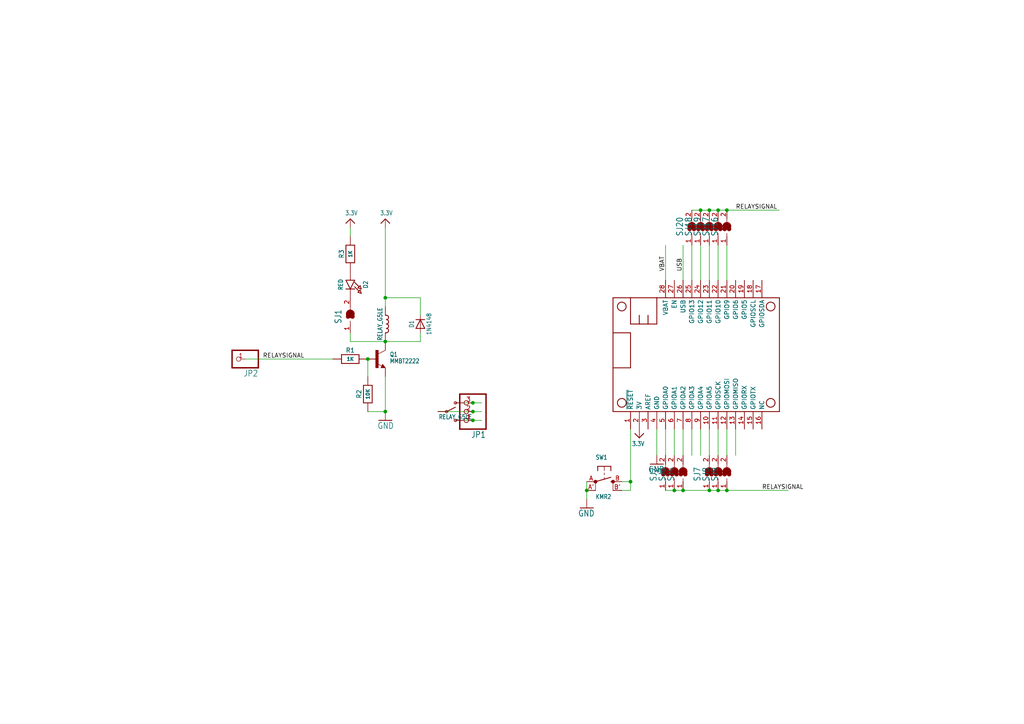
<source format=kicad_sch>
(kicad_sch (version 20230121) (generator eeschema)
  (paper "A4")
  (lib_symbols
    (symbol "working-eagle-import:3.3V" (power)
      (property "Value" "3.3V" (at -1.524 1.016 0))
      (symbol "3.3V_1_0"
        (polyline (pts (xy -1.27 -1.27) (xy 0 0)) (stroke (width 0.254)))
        (polyline (pts (xy 0 0) (xy 1.27 -1.27)) (stroke (width 0.254)))
        (pin power_in line (at 0 -2.54 90) (length 2.54) (name "3.3V") (number "1"))
      )
    )
    (symbol "working-eagle-import:DIODESOD-323"
      (property "Reference" "D" (at 0 2.54 0))
      (symbol "DIODESOD-323_1_0"
        (polyline (pts (xy -1.27 -1.27) (xy 1.27 0)) (stroke (width 0.254)))
        (polyline (pts (xy -1.27 1.27) (xy -1.27 -1.27)) (stroke (width 0.254)))
        (polyline (pts (xy 1.27 0) (xy -1.27 1.27)) (stroke (width 0.254)))
        (polyline (pts (xy 1.27 0) (xy 1.27 -1.27)) (stroke (width 0.254)))
        (polyline (pts (xy 1.27 1.27) (xy 1.27 0)) (stroke (width 0.254)))
        (pin passive line (at -2.54 0 0) (length 2.54) (name "A") (number "A"))
        (pin passive line (at 2.54 0 180) (length 2.54) (name "C") (number "C"))
      )
    )
    (symbol "working-eagle-import:FEATHERWING"
      (symbol "FEATHERWING_1_0"
        (polyline (pts (xy 0 0) (xy 48.26 0)) (stroke (width 0.254)))
        (polyline (pts (xy 0 12.7) (xy 0 0)) (stroke (width 0.254)))
        (polyline (pts (xy 0 22.86) (xy 0 12.7)) (stroke (width 0.254)))
        (polyline (pts (xy 0 22.86) (xy 5.08 22.86)) (stroke (width 0.254)))
        (polyline (pts (xy 0 33.02) (xy 0 22.86)) (stroke (width 0.254)))
        (polyline (pts (xy 5.08 12.7) (xy 0 12.7)) (stroke (width 0.254)))
        (polyline (pts (xy 5.08 22.86) (xy 5.08 12.7)) (stroke (width 0.254)))
        (polyline (pts (xy 5.08 25.4) (xy 7.62 25.4)) (stroke (width 0.254)))
        (polyline (pts (xy 5.08 33.02) (xy 0 33.02)) (stroke (width 0.254)))
        (polyline (pts (xy 5.08 33.02) (xy 5.08 25.4)) (stroke (width 0.254)))
        (polyline (pts (xy 7.62 25.4) (xy 10.16 25.4)) (stroke (width 0.254)))
        (polyline (pts (xy 7.62 27.94) (xy 7.62 25.4)) (stroke (width 0.254)))
        (polyline (pts (xy 10.16 25.4) (xy 12.7 25.4)) (stroke (width 0.254)))
        (polyline (pts (xy 10.16 27.94) (xy 10.16 25.4)) (stroke (width 0.254)))
        (polyline (pts (xy 12.7 25.4) (xy 12.7 33.02)) (stroke (width 0.254)))
        (polyline (pts (xy 12.7 33.02) (xy 5.08 33.02)) (stroke (width 0.254)))
        (polyline (pts (xy 48.26 0) (xy 48.26 33.02)) (stroke (width 0.254)))
        (polyline (pts (xy 48.26 33.02) (xy 12.7 33.02)) (stroke (width 0.254)))
        (circle (center 2.54 2.54) (radius 1.27) (stroke (width 0.254)))
        (circle (center 2.54 30.48) (radius 1.27) (stroke (width 0.254)))
        (circle (center 45.72 2.54) (radius 1.27) (stroke (width 0.254)))
        (circle (center 45.72 30.48) (radius 1.27) (stroke (width 0.254)))
        (pin input line (at 5.08 -5.08 90) (length 5.08) (name "~{RESET}") (number "1"))
        (pin bidirectional line (at 27.94 -5.08 90) (length 5.08) (name "GPIOA5") (number "10"))
        (pin bidirectional line (at 30.48 -5.08 90) (length 5.08) (name "GPIOSCK") (number "11"))
        (pin bidirectional line (at 33.02 -5.08 90) (length 5.08) (name "GPIOMOSI") (number "12"))
        (pin bidirectional line (at 35.56 -5.08 90) (length 5.08) (name "GPIOMISO") (number "13"))
        (pin bidirectional line (at 38.1 -5.08 90) (length 5.08) (name "GPIORX") (number "14"))
        (pin bidirectional line (at 40.64 -5.08 90) (length 5.08) (name "GPIOTX") (number "15"))
        (pin passive line (at 43.18 -5.08 90) (length 5.08) (name "NC") (number "16"))
        (pin bidirectional line (at 43.18 38.1 270) (length 5.08) (name "GPIOSDA") (number "17"))
        (pin bidirectional line (at 40.64 38.1 270) (length 5.08) (name "GPIOSCL") (number "18"))
        (pin bidirectional line (at 38.1 38.1 270) (length 5.08) (name "GPIO5") (number "19"))
        (pin power_in line (at 7.62 -5.08 90) (length 5.08) (name "3V") (number "2"))
        (pin bidirectional line (at 35.56 38.1 270) (length 5.08) (name "GPIO6") (number "20"))
        (pin bidirectional line (at 33.02 38.1 270) (length 5.08) (name "GPIO9") (number "21"))
        (pin bidirectional line (at 30.48 38.1 270) (length 5.08) (name "GPIO10") (number "22"))
        (pin bidirectional line (at 27.94 38.1 270) (length 5.08) (name "GPIO11") (number "23"))
        (pin bidirectional line (at 25.4 38.1 270) (length 5.08) (name "GPIO12") (number "24"))
        (pin bidirectional line (at 22.86 38.1 270) (length 5.08) (name "GPIO13") (number "25"))
        (pin power_in line (at 20.32 38.1 270) (length 5.08) (name "USB") (number "26"))
        (pin passive line (at 17.78 38.1 270) (length 5.08) (name "EN") (number "27"))
        (pin power_in line (at 15.24 38.1 270) (length 5.08) (name "VBAT") (number "28"))
        (pin passive line (at 10.16 -5.08 90) (length 5.08) (name "AREF") (number "3"))
        (pin power_in line (at 12.7 -5.08 90) (length 5.08) (name "GND") (number "4"))
        (pin bidirectional line (at 15.24 -5.08 90) (length 5.08) (name "GPIOA0") (number "5"))
        (pin bidirectional line (at 17.78 -5.08 90) (length 5.08) (name "GPIOA1") (number "6"))
        (pin bidirectional line (at 20.32 -5.08 90) (length 5.08) (name "GPIOA2") (number "7"))
        (pin bidirectional line (at 22.86 -5.08 90) (length 5.08) (name "GPIOA3") (number "8"))
        (pin bidirectional line (at 25.4 -5.08 90) (length 5.08) (name "GPIOA4") (number "9"))
      )
    )
    (symbol "working-eagle-import:GND" (power)
      (property "Value" "GND" (at -2.54 -2.54 0))
      (symbol "GND_1_0"
        (polyline (pts (xy -1.905 0) (xy 1.905 0)) (stroke (width 0.254)))
        (pin power_in line (at 0 2.54 270) (length 2.54) (name "GND") (number "1"))
      )
    )
    (symbol "working-eagle-import:HEADER-1X1ROUND"
      (property "Reference" "JP" (at -6.35 3.175 0))
      (symbol "HEADER-1X1ROUND_1_0"
        (polyline (pts (xy -6.35 -2.54) (xy 1.27 -2.54)) (stroke (width 0.4064)))
        (polyline (pts (xy -6.35 2.54) (xy -6.35 -2.54)) (stroke (width 0.4064)))
        (polyline (pts (xy 1.27 -2.54) (xy 1.27 2.54)) (stroke (width 0.4064)))
        (polyline (pts (xy 1.27 2.54) (xy -6.35 2.54)) (stroke (width 0.4064)))
        (pin passive inverted (at -2.54 0 0) (length 2.54) (name "1") (number "1"))
      )
    )
    (symbol "working-eagle-import:HEADER-1X3_508TERM"
      (property "Reference" "JP" (at -6.35 5.715 0))
      (symbol "HEADER-1X3_508TERM_1_0"
        (polyline (pts (xy -6.35 -5.08) (xy 1.27 -5.08)) (stroke (width 0.4064)))
        (polyline (pts (xy -6.35 5.08) (xy -6.35 -5.08)) (stroke (width 0.4064)))
        (polyline (pts (xy 1.27 -5.08) (xy 1.27 5.08)) (stroke (width 0.4064)))
        (polyline (pts (xy 1.27 5.08) (xy -6.35 5.08)) (stroke (width 0.4064)))
        (pin passive inverted (at -2.54 2.54 0) (length 2.54) (name "1") (number "1"))
        (pin passive inverted (at -2.54 0 0) (length 2.54) (name "2") (number "2"))
        (pin passive inverted (at -2.54 -2.54 0) (length 2.54) (name "3") (number "3"))
      )
    )
    (symbol "working-eagle-import:LED0805_NOOUTLINE"
      (property "Reference" "D" (at -1.27 4.445 0))
      (symbol "LED0805_NOOUTLINE_1_0"
        (polyline (pts (xy -2.54 -1.27) (xy 0 0)) (stroke (width 0.254)))
        (polyline (pts (xy -2.54 1.27) (xy -2.54 -1.27)) (stroke (width 0.254)))
        (polyline (pts (xy -1.905 1.27) (xy -0.635 2.54)) (stroke (width 0.254)))
        (polyline (pts (xy -0.9525 2.8575) (xy -0.3175 2.2225)) (stroke (width 0.254)))
        (polyline (pts (xy -0.635 1.27) (xy 0.635 2.54)) (stroke (width 0.254)))
        (polyline (pts (xy -0.3175 2.2225) (xy 0 3.175)) (stroke (width 0.254)))
        (polyline (pts (xy 0 0) (xy -2.54 1.27)) (stroke (width 0.254)))
        (polyline (pts (xy 0 0) (xy 0 -1.27)) (stroke (width 0.254)))
        (polyline (pts (xy 0 1.27) (xy 0 0)) (stroke (width 0.254)))
        (polyline (pts (xy 0 3.175) (xy -0.9525 2.8575)) (stroke (width 0.254)))
        (polyline (pts (xy 0.3175 2.8575) (xy 0.9525 2.2225)) (stroke (width 0.254)))
        (polyline (pts (xy 0.9525 2.2225) (xy 1.27 3.175)) (stroke (width 0.254)))
        (polyline (pts (xy 1.27 3.175) (xy 0.3175 2.8575)) (stroke (width 0.254)))
        (pin passive line (at -5.08 0 0) (length 2.54) (name "A") (number "A"))
        (pin passive line (at 2.54 0 180) (length 2.54) (name "C") (number "C"))
      )
    )
    (symbol "working-eagle-import:RELAY_G5LE"
      (symbol "RELAY_G5LE_1_0"
        (circle (center -2.54 0) (radius 0.3592) (stroke (width 0.2032)))
        (circle (center 0 -2.54) (radius 0.3592) (stroke (width 0.2032)))
        (polyline (pts (xy -2.54 0) (xy 0 1.27)) (stroke (width 0.254)))
        (polyline (pts (xy 0 -2.54) (xy 0.635 -2.54)) (stroke (width 0.127)))
        (polyline (pts (xy 0 2.54) (xy 0.635 2.54)) (stroke (width 0.1524)))
        (circle (center 0 2.54) (radius 0.3592) (stroke (width 0.2032)))
        (pin passive line (at -5.08 0 0) (length 2.54) (name "P") (number "1"))
        (pin passive line (at 2.54 2.54 180) (length 2.54) (name "O") (number "3"))
        (pin passive line (at 2.54 -2.54 180) (length 2.54) (name "S") (number "4"))
      )
      (symbol "RELAY_G5LE_2_0"
        (arc (start -1.27 0.3173) (mid -1.9049 0.9497) (end -2.54 0.3175) (stroke (width 0.254)))
        (polyline (pts (xy -2.54 0.3175) (xy -2.54 0)) (stroke (width 0.254)))
        (polyline (pts (xy 2.54 0.3175) (xy 2.54 0)) (stroke (width 0.254)))
        (arc (start 0 0.3173) (mid -0.6349 0.9497) (end -1.27 0.3175) (stroke (width 0.254)))
        (arc (start 1.27 0.3173) (mid 0.6351 0.9497) (end 0 0.3175) (stroke (width 0.254)))
        (arc (start 2.54 0.3173) (mid 1.9051 0.9497) (end 1.27 0.3175) (stroke (width 0.254)))
        (pin passive line (at -5.08 0 0) (length 2.54) (name "1") (number "2"))
        (pin passive line (at 5.08 0 180) (length 2.54) (name "2") (number "5"))
      )
    )
    (symbol "working-eagle-import:RESISTOR0805_NOOUTLINE"
      (property "Reference" "R" (at 0 2.54 0))
      (symbol "RESISTOR0805_NOOUTLINE_1_0"
        (polyline (pts (xy -2.54 -1.27) (xy -2.54 1.27)) (stroke (width 0.254)))
        (polyline (pts (xy -2.54 1.27) (xy 2.54 1.27)) (stroke (width 0.254)))
        (polyline (pts (xy 2.54 -1.27) (xy -2.54 -1.27)) (stroke (width 0.254)))
        (polyline (pts (xy 2.54 1.27) (xy 2.54 -1.27)) (stroke (width 0.254)))
        (pin passive line (at -5.08 0 0) (length 2.54) (name "1") (number "1"))
        (pin passive line (at 5.08 0 180) (length 2.54) (name "2") (number "2"))
      )
    )
    (symbol "working-eagle-import:SOLDERJUMPER"
      (property "Reference" "SJ" (at -2.54 2.54 0))
      (symbol "SOLDERJUMPER_1_0"
        (arc (start -0.381 -0.635) (mid 0.2541 -0.0001) (end -0.3808 0.635) (stroke (width 1.27)))
        (polyline (pts (xy -2.54 0) (xy -1.651 0)) (stroke (width 0.1524)))
        (polyline (pts (xy 2.54 0) (xy 1.651 0)) (stroke (width 0.1524)))
        (arc (start 0.3808 -0.635) (mid 1.0132 -0.0001) (end 0.381 0.635) (stroke (width 1.27)))
        (pin passive line (at -5.08 0 0) (length 2.54) (name "1") (number "1"))
        (pin passive line (at 5.08 0 180) (length 2.54) (name "2") (number "2"))
      )
    )
    (symbol "working-eagle-import:SOLDERJUMPER_CLOSED"
      (property "Reference" "SJ" (at -2.54 2.54 0))
      (symbol "SOLDERJUMPER_CLOSED_1_0"
        (arc (start -0.381 -0.635) (mid 0.2541 -0.0001) (end -0.3808 0.635) (stroke (width 1.27)))
        (polyline (pts (xy -2.54 0) (xy -1.651 0)) (stroke (width 0.1524)))
        (polyline (pts (xy -0.635 0) (xy 0.635 0)) (stroke (width 0.4064)))
        (polyline (pts (xy 2.54 0) (xy 1.651 0)) (stroke (width 0.1524)))
        (arc (start 0.3808 -0.635) (mid 1.0132 -0.0001) (end 0.381 0.635) (stroke (width 1.27)))
        (pin passive line (at -5.08 0 0) (length 2.54) (name "1") (number "1"))
        (pin passive line (at 5.08 0 180) (length 2.54) (name "2") (number "2"))
      )
    )
    (symbol "working-eagle-import:SWITCH_TACT_SMT4.6X2.8"
      (property "Reference" "SW" (at -2.54 6.35 0))
      (symbol "SWITCH_TACT_SMT4.6X2.8_1_0"
        (circle (center -2.54 0) (radius 0.127) (stroke (width 0.4064)))
        (polyline (pts (xy -2.54 -2.54) (xy -2.54 0)) (stroke (width 0.1524)))
        (polyline (pts (xy -2.54 0) (xy 1.905 1.27)) (stroke (width 0.254)))
        (polyline (pts (xy -1.905 4.445) (xy -1.905 3.175)) (stroke (width 0.254)))
        (polyline (pts (xy 0 1.27) (xy 0 0.635)) (stroke (width 0.1524)))
        (polyline (pts (xy 0 2.54) (xy 0 1.905)) (stroke (width 0.1524)))
        (polyline (pts (xy 0 4.445) (xy -1.905 4.445)) (stroke (width 0.254)))
        (polyline (pts (xy 0 4.445) (xy 0 3.175)) (stroke (width 0.1524)))
        (polyline (pts (xy 1.905 0) (xy 2.54 0)) (stroke (width 0.254)))
        (polyline (pts (xy 1.905 4.445) (xy 0 4.445)) (stroke (width 0.254)))
        (polyline (pts (xy 1.905 4.445) (xy 1.905 3.175)) (stroke (width 0.254)))
        (polyline (pts (xy 2.54 -2.54) (xy 2.54 0)) (stroke (width 0.1524)))
        (circle (center 2.54 0) (radius 0.127) (stroke (width 0.4064)))
        (pin passive line (at -5.08 0 0) (length 2.54) (name "P") (number "A"))
        (pin passive line (at -5.08 -2.54 0) (length 2.54) (name "P1") (number "A'"))
        (pin passive line (at 5.08 0 180) (length 2.54) (name "S") (number "B"))
        (pin passive line (at 5.08 -2.54 180) (length 2.54) (name "S1") (number "B'"))
      )
    )
    (symbol "working-eagle-import:TRANSISTOR_NPN"
      (property "Reference" "Q" (at 1.27 0.635 0))
      (symbol "TRANSISTOR_NPN_1_0"
        (rectangle (start -2.794 -2.54) (end -2.032 2.54) (fill (type outline)))
        (polyline (pts (xy -1.27 -2.54) (xy -0.762 -1.524)) (stroke (width 0.1524)))
        (polyline (pts (xy -1.016 -2.413) (xy -0.254 -2.413)) (stroke (width 0.254)))
        (polyline (pts (xy -1.016 -2.286) (xy -0.635 -2.286)) (stroke (width 0.254)))
        (polyline (pts (xy -1 -2.04) (xy -2.232 -1.424)) (stroke (width 0.1524)))
        (polyline (pts (xy -0.762 -1.778) (xy -1.016 -2.286)) (stroke (width 0.254)))
        (polyline (pts (xy -0.762 -1.524) (xy 0 -2.54)) (stroke (width 0.1524)))
        (polyline (pts (xy -0.635 -2.286) (xy -0.762 -2.032)) (stroke (width 0.254)))
        (polyline (pts (xy -0.254 -2.413) (xy -0.762 -1.778)) (stroke (width 0.254)))
        (polyline (pts (xy 0 -2.54) (xy -1.27 -2.54)) (stroke (width 0.1524)))
        (polyline (pts (xy 0 2.54) (xy -2.032 1.524)) (stroke (width 0.1524)))
        (pin passive line (at -5.08 0 0) (length 2.54) (name "B") (number "1"))
        (pin passive line (at 0 -5.08 90) (length 2.54) (name "E") (number "2"))
        (pin passive line (at 0 5.08 270) (length 2.54) (name "C") (number "3"))
      )
    )
  )
  (junction (at 182.88 139.7))
  (junction (at 208.28 60.96))
  (junction (at 137.16 121.92))
  (junction (at 111.76 99.06))
  (junction (at 106.68 104.14))
  (junction (at 205.74 142.24))
  (junction (at 205.74 60.96))
  (junction (at 203.2 60.96))
  (junction (at 111.76 119.38))
  (junction (at 210.82 60.96))
  (junction (at 198.12 142.24))
  (junction (at 111.76 86.36))
  (junction (at 210.82 142.24))
  (junction (at 137.16 116.84))
  (junction (at 170.18 142.24))
  (junction (at 137.16 119.38))
  (junction (at 195.58 142.24))
  (junction (at 208.28 142.24))
  (wire (pts (xy 200.66 132.08) (xy 200.66 124.46)) (stroke (width 0.1524)))
  (wire (pts (xy 182.88 124.46) (xy 182.88 139.7)) (stroke (width 0.1524)))
  (wire (pts (xy 139.7 121.92) (xy 137.16 121.92)) (stroke (width 0.1524)))
  (wire (pts (xy 111.76 86.36) (xy 111.76 88.9)) (stroke (width 0.1524)))
  (wire (pts (xy 198.12 132.08) (xy 198.12 124.46)) (stroke (width 0.1524)))
  (wire (pts (xy 210.82 60.96) (xy 226.06 60.96)) (stroke (width 0.1524)))
  (wire (pts (xy 71.12 104.14) (xy 96.52 104.14)) (stroke (width 0.1524)))
  (wire (pts (xy 195.58 142.24) (xy 198.12 142.24)) (stroke (width 0.1524)))
  (wire (pts (xy 106.68 119.38) (xy 111.76 119.38)) (stroke (width 0.1524)))
  (wire (pts (xy 106.68 109.22) (xy 106.68 104.14)) (stroke (width 0.1524)))
  (wire (pts (xy 101.6 96.52) (xy 101.6 99.06)) (stroke (width 0.1524)))
  (wire (pts (xy 137.16 121.92) (xy 134.62 121.92)) (stroke (width 0.1524)))
  (wire (pts (xy 205.74 71.12) (xy 205.74 81.28)) (stroke (width 0.1524)))
  (wire (pts (xy 121.92 99.06) (xy 121.92 96.52)) (stroke (width 0.1524)))
  (wire (pts (xy 111.76 119.38) (xy 111.76 109.22)) (stroke (width 0.1524)))
  (wire (pts (xy 121.92 86.36) (xy 111.76 86.36)) (stroke (width 0.1524)))
  (wire (pts (xy 182.88 142.24) (xy 180.34 142.24)) (stroke (width 0.1524)))
  (wire (pts (xy 121.92 91.44) (xy 121.92 86.36)) (stroke (width 0.1524)))
  (wire (pts (xy 198.12 142.24) (xy 205.74 142.24)) (stroke (width 0.1524)))
  (wire (pts (xy 111.76 86.36) (xy 111.76 66.04)) (stroke (width 0.1524)))
  (wire (pts (xy 193.04 142.24) (xy 195.58 142.24)) (stroke (width 0.1524)))
  (wire (pts (xy 180.34 139.7) (xy 182.88 139.7)) (stroke (width 0.1524)))
  (wire (pts (xy 170.18 142.24) (xy 170.18 144.78)) (stroke (width 0.1524)))
  (wire (pts (xy 208.28 142.24) (xy 210.82 142.24)) (stroke (width 0.1524)))
  (wire (pts (xy 205.74 132.08) (xy 205.74 124.46)) (stroke (width 0.1524)))
  (wire (pts (xy 137.16 116.84) (xy 139.7 116.84)) (stroke (width 0.1524)))
  (wire (pts (xy 101.6 66.04) (xy 101.6 68.58)) (stroke (width 0.1524)))
  (wire (pts (xy 208.28 132.08) (xy 208.28 124.46)) (stroke (width 0.1524)))
  (wire (pts (xy 203.2 71.12) (xy 203.2 81.28)) (stroke (width 0.1524)))
  (wire (pts (xy 101.6 99.06) (xy 111.76 99.06)) (stroke (width 0.1524)))
  (wire (pts (xy 208.28 60.96) (xy 210.82 60.96)) (stroke (width 0.1524)))
  (wire (pts (xy 111.76 99.06) (xy 121.92 99.06)) (stroke (width 0.1524)))
  (wire (pts (xy 210.82 142.24) (xy 228.6 142.24)) (stroke (width 0.1524)))
  (wire (pts (xy 195.58 132.08) (xy 195.58 124.46)) (stroke (width 0.1524)))
  (wire (pts (xy 205.74 142.24) (xy 208.28 142.24)) (stroke (width 0.1524)))
  (wire (pts (xy 203.2 132.08) (xy 203.2 124.46)) (stroke (width 0.1524)))
  (wire (pts (xy 208.28 71.12) (xy 208.28 81.28)) (stroke (width 0.1524)))
  (wire (pts (xy 182.88 139.7) (xy 182.88 142.24)) (stroke (width 0.1524)))
  (wire (pts (xy 203.2 60.96) (xy 205.74 60.96)) (stroke (width 0.1524)))
  (wire (pts (xy 137.16 119.38) (xy 127 119.38)) (stroke (width 0.1524)))
  (wire (pts (xy 198.12 71.12) (xy 198.12 81.28)) (stroke (width 0.1524)))
  (wire (pts (xy 134.62 116.84) (xy 137.16 116.84)) (stroke (width 0.1524)))
  (wire (pts (xy 200.66 71.12) (xy 200.66 81.28)) (stroke (width 0.1524)))
  (wire (pts (xy 190.5 132.08) (xy 190.5 124.46)) (stroke (width 0.1524)))
  (wire (pts (xy 210.82 71.12) (xy 210.82 81.28)) (stroke (width 0.1524)))
  (wire (pts (xy 193.04 132.08) (xy 193.04 124.46)) (stroke (width 0.1524)))
  (wire (pts (xy 210.82 132.08) (xy 210.82 124.46)) (stroke (width 0.1524)))
  (wire (pts (xy 170.18 139.7) (xy 170.18 142.24)) (stroke (width 0.1524)))
  (wire (pts (xy 205.74 60.96) (xy 208.28 60.96)) (stroke (width 0.1524)))
  (wire (pts (xy 213.36 132.08) (xy 213.36 124.46)) (stroke (width 0.1524)))
  (wire (pts (xy 193.04 71.12) (xy 193.04 81.28)) (stroke (width 0.1524)))
  (wire (pts (xy 139.7 119.38) (xy 137.16 119.38)) (stroke (width 0.1524)))
  (wire (pts (xy 200.66 60.96) (xy 203.2 60.96)) (stroke (width 0.1524)))
  (label "RELAYSIGNAL" (at 76.2 104.14 0) (effects (font (size 1.2446 1.2446))))
  (label "RELAYSIGNAL" (at 213.36 60.96 0) (effects (font (size 1.2446 1.2446))))
  (label "USB" (at 198.12 78.74 90) (effects (font (size 1.2446 1.2446))))
  (label "RELAYSIGNAL" (at 220.98 142.24 0) (effects (font (size 1.2446 1.2446))))
  (label "VBAT" (at 193.04 78.74 90) (effects (font (size 1.2446 1.2446))))
  (symbol (lib_id "working-eagle-import:SOLDERJUMPER") (at 210.82 137.16 90) (unit 1)
    (property "Reference" "SJ9" (at 208.28 139.7 0) (effects (font (size 1.778 1.5113)) (justify left bottom)))
    (property "Value" "SOLDERJUMPER" (effects hide))
    (property "Footprint" "working:SOLDERJUMPER_ARROW_NOPASTE" (effects hide))
  )
  (symbol (lib_id "working-eagle-import:SWITCH_TACT_SMT4.6X2.8") (at 175.26 139.7 0) (unit 1)
    (property "Reference" "SW1" (at 172.72 133.35 0) (effects (font (size 1.27 1.0795)) (justify left bottom)))
    (property "Value" "KMR2" (at 172.72 144.78 0) (effects (font (size 1.27 1.0795)) (justify left bottom)))
    (property "Footprint" "working:BTN_KMR2_4.6X2.8" (effects hide))
  )
  (symbol (lib_id "working-eagle-import:RESISTOR0805_NOOUTLINE") (at 101.6 73.66 90) (unit 1)
    (property "Reference" "R3" (at 99.06 73.66 0))
    (property "Value" "1K" (at 101.6 73.66 0) (effects (font (size 1.016 1.016) bold)))
    (property "Footprint" "working:0805-NO" (effects hide))
  )
  (symbol (lib_id "working-eagle-import:SOLDERJUMPER") (at 205.74 66.04 90) (unit 1)
    (property "Reference" "SJ19" (at 203.2 68.58 0) (effects (font (size 1.778 1.5113)) (justify left bottom)))
    (property "Value" "SOLDERJUMPER" (effects hide))
    (property "Footprint" "working:SOLDERJUMPER_ARROW_NOPASTE" (effects hide))
  )
  (symbol (lib_id "working-eagle-import:TRANSISTOR_NPN") (at 111.76 104.14 0) (unit 1)
    (property "Reference" "Q1" (at 113.03 103.505 0) (effects (font (size 1.27 1.0795)) (justify left bottom)))
    (property "Value" "MMBT2222" (at 113.03 105.41 0) (effects (font (size 1.27 1.0795)) (justify left bottom)))
    (property "Footprint" "working:SOT23-R" (effects hide))
  )
  (symbol (lib_id "working-eagle-import:GND") (at 190.5 134.62 0) (unit 1)
    (property "Reference" "#GND3" (effects hide))
    (property "Value" "GND" (at 187.96 137.16 0) (effects (font (size 1.778 1.5113)) (justify left bottom)))
  )
  (symbol (lib_id "working-eagle-import:RESISTOR0805_NOOUTLINE") (at 106.68 114.3 90) (unit 1)
    (property "Reference" "R2" (at 104.14 114.3 0))
    (property "Value" "10K" (at 106.68 114.3 0) (effects (font (size 1.016 1.016) bold)))
    (property "Footprint" "working:0805-NO" (effects hide))
  )
  (symbol (lib_id "working-eagle-import:SOLDERJUMPER") (at 205.74 137.16 90) (unit 1)
    (property "Reference" "SJ7" (at 203.2 139.7 0) (effects (font (size 1.778 1.5113)) (justify left bottom)))
    (property "Value" "SOLDERJUMPER" (effects hide))
    (property "Footprint" "working:SOLDERJUMPER_ARROW_NOPASTE" (effects hide))
  )
  (symbol (lib_id "working-eagle-import:DIODESOD-323") (at 121.92 93.98 90) (unit 1)
    (property "Reference" "D1" (at 119.38 93.98 0) (effects (font (size 1.27 1.0795))))
    (property "Value" "1N4148" (at 124.42 93.98 0) (effects (font (size 1.27 1.0795))))
    (property "Footprint" "working:SOD-323" (effects hide))
  )
  (symbol (lib_id "working-eagle-import:SOLDERJUMPER") (at 210.82 66.04 90) (unit 1)
    (property "Reference" "SJ16" (at 208.28 68.58 0) (effects (font (size 1.778 1.5113)) (justify left bottom)))
    (property "Value" "SOLDERJUMPER" (effects hide))
    (property "Footprint" "working:SOLDERJUMPER_ARROW_NOPASTE" (effects hide))
  )
  (symbol (lib_id "working-eagle-import:GND") (at 111.76 121.92 0) (mirror y) (unit 1)
    (property "Reference" "#GND1" (effects hide))
    (property "Value" "GND" (at 114.3 124.46 0) (effects (font (size 1.778 1.5113)) (justify left bottom)))
  )
  (symbol (lib_id "working-eagle-import:FEATHERWING") (at 177.8 119.38 0) (unit 1)
    (property "Reference" "MS2" (effects hide))
    (property "Value" "FEATHERWING" (effects hide))
    (property "Footprint" "working:FEATHERWING" (effects hide))
  )
  (symbol (lib_id "working-eagle-import:3.3V") (at 111.76 63.5 0) (unit 1)
    (property "Reference" "#U$2" (effects hide))
    (property "Value" "3.3V" (at 110.236 62.484 0) (effects (font (size 1.27 1.0795)) (justify left bottom)))
  )
  (symbol (lib_id "working-eagle-import:RESISTOR0805_NOOUTLINE") (at 101.6 104.14 0) (unit 1)
    (property "Reference" "R1" (at 101.6 101.6 0))
    (property "Value" "1K" (at 101.6 104.14 0) (effects (font (size 1.016 1.016) bold)))
    (property "Footprint" "working:0805-NO" (effects hide))
  )
  (symbol (lib_id "working-eagle-import:3.3V") (at 185.42 127 180) (unit 1)
    (property "Reference" "#U$3" (effects hide))
    (property "Value" "3.3V" (at 186.944 128.016 0) (effects (font (size 1.27 1.0795)) (justify left bottom)))
  )
  (symbol (lib_id "working-eagle-import:SOLDERJUMPER") (at 203.2 66.04 90) (unit 1)
    (property "Reference" "SJ18" (at 200.66 68.58 0) (effects (font (size 1.778 1.5113)) (justify left bottom)))
    (property "Value" "SOLDERJUMPER" (effects hide))
    (property "Footprint" "working:SOLDERJUMPER_ARROW_NOPASTE" (effects hide))
  )
  (symbol (lib_id "working-eagle-import:HEADER-1X1ROUND") (at 68.58 104.14 180) (unit 1)
    (property "Reference" "JP2" (at 74.93 107.315 0) (effects (font (size 1.778 1.5113)) (justify left bottom)))
    (property "Value" "HEADER-1X1ROUND" (effects hide))
    (property "Footprint" "working:1X01_ROUND" (effects hide))
  )
  (symbol (lib_id "working-eagle-import:SOLDERJUMPER_CLOSED") (at 101.6 91.44 90) (unit 1)
    (property "Reference" "SJ1" (at 99.06 93.98 0) (effects (font (size 1.778 1.5113)) (justify left bottom)))
    (property "Value" "SOLDERJUMPER_CLOSED" (effects hide))
    (property "Footprint" "working:SOLDERJUMPER_CLOSEDWIRE" (effects hide))
  )
  (symbol (lib_id "working-eagle-import:SOLDERJUMPER") (at 195.58 137.16 90) (unit 1)
    (property "Reference" "SJ3" (at 193.04 139.7 0) (effects (font (size 1.778 1.5113)) (justify left bottom)))
    (property "Value" "SOLDERJUMPER" (effects hide))
    (property "Footprint" "working:SOLDERJUMPER_ARROW_NOPASTE" (effects hide))
  )
  (symbol (lib_id "working-eagle-import:SOLDERJUMPER") (at 200.66 66.04 90) (unit 1)
    (property "Reference" "SJ20" (at 198.12 68.58 0) (effects (font (size 1.778 1.5113)) (justify left bottom)))
    (property "Value" "SOLDERJUMPER" (effects hide))
    (property "Footprint" "working:SOLDERJUMPER_ARROW_NOPASTE" (effects hide))
  )
  (symbol (lib_id "working-eagle-import:RELAY_G5LE") (at 132.08 119.38 0) (unit 1)
    (property "Reference" "U$1" (effects hide))
    (property "Value" "RELAY_G5LE" (at 132.08 120.92 0) (effects (font (size 1.27 1.0795))))
    (property "Footprint" "working:RELAY_G5LE-1" (effects hide))
  )
  (symbol (lib_id "working-eagle-import:LED0805_NOOUTLINE") (at 101.6 83.82 270) (unit 1)
    (property "Reference" "D2" (at 106.045 82.55 0) (effects (font (size 1.27 1.0795))))
    (property "Value" "RED" (at 98.806 82.55 0) (effects (font (size 1.27 1.0795))))
    (property "Footprint" "working:CHIPLED_0805_NOOUTLINE" (effects hide))
  )
  (symbol (lib_id "working-eagle-import:RELAY_G5LE") (at 111.76 93.98 270) (unit 2)
    (property "Reference" "U$1" (effects hide))
    (property "Value" "RELAY_G5LE" (at 110.22 93.98 0) (effects (font (size 1.27 1.0795))))
    (property "Footprint" "working:RELAY_G5LE-1" (effects hide))
  )
  (symbol (lib_id "working-eagle-import:SOLDERJUMPER") (at 198.12 137.16 90) (unit 1)
    (property "Reference" "SJ4" (at 195.58 139.7 0) (effects (font (size 1.778 1.5113)) (justify left bottom)))
    (property "Value" "SOLDERJUMPER" (effects hide))
    (property "Footprint" "working:SOLDERJUMPER_ARROW_NOPASTE" (effects hide))
  )
  (symbol (lib_id "working-eagle-import:SOLDERJUMPER") (at 208.28 66.04 90) (unit 1)
    (property "Reference" "SJ17" (at 205.74 68.58 0) (effects (font (size 1.778 1.5113)) (justify left bottom)))
    (property "Value" "SOLDERJUMPER" (effects hide))
    (property "Footprint" "working:SOLDERJUMPER_ARROW_NOPASTE" (effects hide))
  )
  (symbol (lib_id "working-eagle-import:SOLDERJUMPER") (at 208.28 137.16 90) (unit 1)
    (property "Reference" "SJ8" (at 205.74 139.7 0) (effects (font (size 1.778 1.5113)) (justify left bottom)))
    (property "Value" "SOLDERJUMPER" (effects hide))
    (property "Footprint" "working:SOLDERJUMPER_ARROW_NOPASTE" (effects hide))
  )
  (symbol (lib_id "working-eagle-import:HEADER-1X3_508TERM") (at 134.62 119.38 180) (unit 1)
    (property "Reference" "JP1" (at 140.97 125.095 0) (effects (font (size 1.778 1.5113)) (justify left bottom)))
    (property "Value" "HEADER-1X3_508TERM" (effects hide))
    (property "Footprint" "working:TERMBLOCK_1X3_5.08MM" (effects hide))
  )
  (symbol (lib_id "working-eagle-import:GND") (at 170.18 147.32 0) (unit 1)
    (property "Reference" "#GND4" (effects hide))
    (property "Value" "GND" (at 167.64 149.86 0) (effects (font (size 1.778 1.5113)) (justify left bottom)))
  )
  (symbol (lib_id "working-eagle-import:3.3V") (at 101.6 63.5 0) (unit 1)
    (property "Reference" "#U$4" (effects hide))
    (property "Value" "3.3V" (at 100.076 62.484 0) (effects (font (size 1.27 1.0795)) (justify left bottom)))
  )
  (symbol (lib_id "working-eagle-import:SOLDERJUMPER") (at 193.04 137.16 90) (unit 1)
    (property "Reference" "SJ2" (at 190.5 139.7 0) (effects (font (size 1.778 1.5113)) (justify left bottom)))
    (property "Value" "SOLDERJUMPER" (effects hide))
    (property "Footprint" "working:SOLDERJUMPER_ARROW_NOPASTE" (effects hide))
  )
)
</source>
